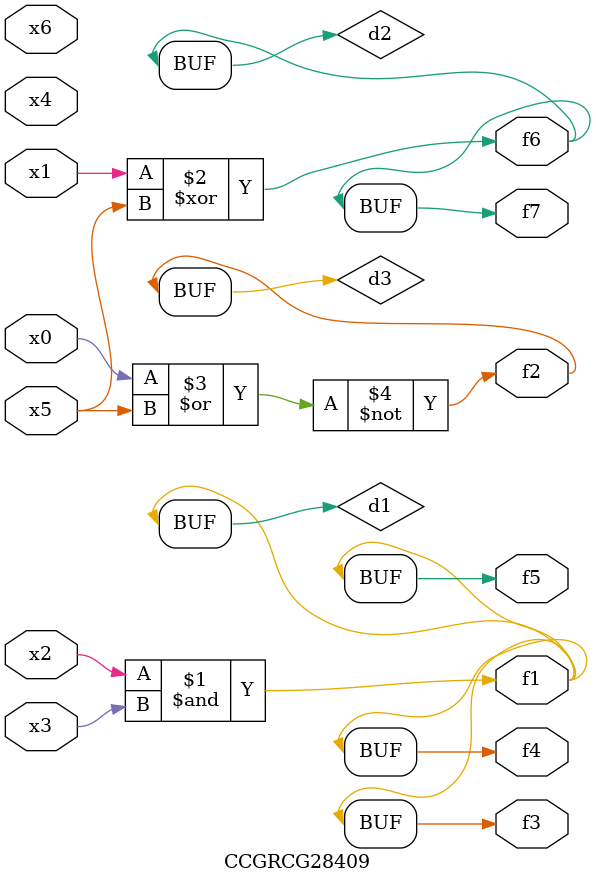
<source format=v>
module CCGRCG28409(
	input x0, x1, x2, x3, x4, x5, x6,
	output f1, f2, f3, f4, f5, f6, f7
);

	wire d1, d2, d3;

	and (d1, x2, x3);
	xor (d2, x1, x5);
	nor (d3, x0, x5);
	assign f1 = d1;
	assign f2 = d3;
	assign f3 = d1;
	assign f4 = d1;
	assign f5 = d1;
	assign f6 = d2;
	assign f7 = d2;
endmodule

</source>
